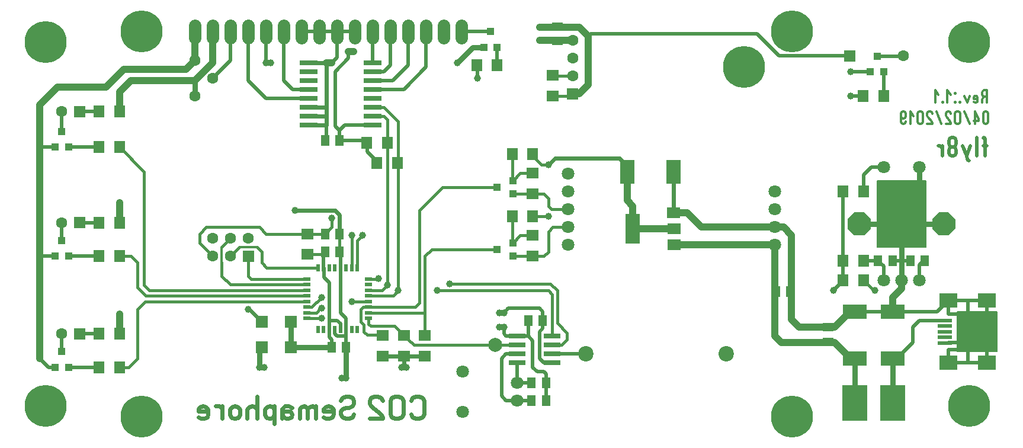
<source format=gbr>
%FSLAX34Y34*%
%MOMM*%
%LNCOPPER_BOTTOM*%
G71*
G01*
%ADD10C, 1.800*%
%ADD11C, 1.800*%
%ADD12C, 1.600*%
%ADD13C, 6.000*%
%ADD14C, 1.600*%
%ADD15R, 0.500X1.000*%
%ADD16R, 1.000X0.500*%
%ADD17R, 2.600X0.800*%
%ADD18R, 2.400X0.800*%
%ADD19C, 2.200*%
%ADD20R, 2.500X2.000*%
%ADD21R, 2.000X0.500*%
%ADD22R, 3.600X5.200*%
%ADD23R, 3.500X2.000*%
%ADD24R, 1.500X1.200*%
%ADD25R, 1.200X1.500*%
%ADD26R, 1.800X1.500*%
%ADD27R, 1.500X1.800*%
%ADD28C, 1.600*%
%ADD29R, 1.700X1.800*%
%ADD30R, 1.100X1.100*%
%ADD31C, 2.000*%
%ADD32C, 0.800*%
%ADD33C, 0.500*%
%ADD34C, 0.200*%
%ADD35C, 1.800*%
%ADD36C, 1.000*%
%ADD37C, 1.000*%
%ADD38C, 0.400*%
%ADD39C, 0.600*%
%ADD40C, 0.300*%
%ADD41C, 0.556*%
%ADD42C, 0.318*%
%ADD43C, 0.476*%
%ADD44R, 1.900X1.500*%
%ADD45R, 2.100X4.200*%
%ADD46R, 2.000X3.500*%
%LPD*%
G54D10*
X294000Y628600D02*
X294000Y610600D01*
G54D10*
X319400Y628600D02*
X319400Y610600D01*
G54D10*
X344800Y628600D02*
X344800Y610600D01*
G54D10*
X370200Y628600D02*
X370200Y610600D01*
G54D10*
X395600Y628600D02*
X395600Y610600D01*
G54D10*
X421000Y628600D02*
X421000Y610600D01*
G54D10*
X446400Y628600D02*
X446400Y610600D01*
G54D10*
X471800Y628600D02*
X471800Y610600D01*
G54D10*
X497200Y628600D02*
X497200Y610600D01*
G54D10*
X522600Y628600D02*
X522600Y610600D01*
G54D10*
X548000Y628600D02*
X548000Y610600D01*
G54D10*
X573400Y628600D02*
X573400Y610600D01*
G54D10*
X598800Y628600D02*
X598800Y610600D01*
G54D10*
X624200Y628600D02*
X624200Y610600D01*
G54D10*
X649600Y628600D02*
X649600Y610600D01*
G54D10*
X675000Y628600D02*
X675000Y610600D01*
X1278250Y264000D02*
G54D11*
D03*
X1303650Y264000D02*
G54D11*
D03*
X1329050Y264000D02*
G54D11*
D03*
X1278250Y425925D02*
G54D11*
D03*
X1329050Y425925D02*
G54D11*
D03*
G36*
X1226825Y351810D02*
X1236477Y361462D01*
X1250173Y361462D01*
X1259825Y351810D01*
X1259825Y338114D01*
X1250173Y328462D01*
X1236477Y328462D01*
X1226825Y338114D01*
X1226825Y351810D01*
G37*
G36*
X1347475Y351810D02*
X1357127Y361462D01*
X1370823Y361462D01*
X1380475Y351810D01*
X1380475Y338114D01*
X1370823Y328462D01*
X1357127Y328462D01*
X1347475Y338114D01*
X1347475Y351810D01*
G37*
G36*
X136900Y497300D02*
X120900Y497300D01*
X120900Y513300D01*
X136900Y513300D01*
X136900Y497300D01*
G37*
X103500Y505300D02*
G54D12*
D03*
G36*
X136900Y338550D02*
X120900Y338550D01*
X120900Y354550D01*
X136900Y354550D01*
X136900Y338550D01*
G37*
X103500Y346550D02*
G54D12*
D03*
G36*
X136900Y179800D02*
X120900Y179800D01*
X120900Y195800D01*
X136900Y195800D01*
X136900Y179800D01*
G37*
X103500Y187800D02*
G54D12*
D03*
X80000Y605000D02*
G54D13*
D03*
X80000Y85000D02*
G54D13*
D03*
X1400000Y85000D02*
G54D13*
D03*
X1400000Y605000D02*
G54D13*
D03*
G36*
X1222000Y593000D02*
X1238000Y593000D01*
X1238000Y577000D01*
X1222000Y577000D01*
X1222000Y593000D01*
G37*
X1306200Y585000D02*
G54D14*
D03*
X525775Y194150D02*
G54D15*
D03*
X517775Y194150D02*
G54D15*
D03*
X509775Y194150D02*
G54D15*
D03*
X501775Y194150D02*
G54D15*
D03*
X493775Y194150D02*
G54D15*
D03*
X485775Y194150D02*
G54D15*
D03*
X477775Y194150D02*
G54D15*
D03*
X469775Y194150D02*
G54D15*
D03*
X525775Y282150D02*
G54D15*
D03*
X517775Y282150D02*
G54D15*
D03*
X509775Y282150D02*
G54D15*
D03*
X501775Y282150D02*
G54D15*
D03*
X493775Y282150D02*
G54D15*
D03*
X485775Y282150D02*
G54D15*
D03*
X477775Y282150D02*
G54D15*
D03*
X469775Y282150D02*
G54D15*
D03*
X453775Y210150D02*
G54D16*
D03*
X453775Y218150D02*
G54D16*
D03*
X453775Y226150D02*
G54D16*
D03*
X453775Y234150D02*
G54D16*
D03*
X453775Y242150D02*
G54D16*
D03*
X453775Y250150D02*
G54D16*
D03*
X453775Y258150D02*
G54D16*
D03*
X453775Y266150D02*
G54D16*
D03*
X541775Y210150D02*
G54D16*
D03*
X541775Y218150D02*
G54D16*
D03*
X541775Y226150D02*
G54D16*
D03*
X541775Y234150D02*
G54D16*
D03*
X541775Y242150D02*
G54D16*
D03*
X541775Y250150D02*
G54D16*
D03*
X541775Y258150D02*
G54D16*
D03*
X541775Y266150D02*
G54D16*
D03*
X455925Y486250D02*
G54D17*
D03*
X455925Y498950D02*
G54D17*
D03*
X455925Y511650D02*
G54D17*
D03*
X455925Y524350D02*
G54D17*
D03*
X455925Y537050D02*
G54D17*
D03*
X455925Y549750D02*
G54D17*
D03*
X455925Y562450D02*
G54D17*
D03*
X455925Y575150D02*
G54D17*
D03*
X547925Y575150D02*
G54D17*
D03*
X547925Y562450D02*
G54D17*
D03*
X547925Y549750D02*
G54D17*
D03*
X547925Y537050D02*
G54D17*
D03*
X547925Y524350D02*
G54D17*
D03*
X547925Y511650D02*
G54D17*
D03*
X547925Y498950D02*
G54D17*
D03*
X547925Y486250D02*
G54D17*
D03*
X754375Y146525D02*
G54D18*
D03*
X754375Y159225D02*
G54D18*
D03*
X754375Y171925D02*
G54D18*
D03*
X754375Y184625D02*
G54D18*
D03*
X804375Y184625D02*
G54D18*
D03*
X804375Y171925D02*
G54D18*
D03*
X804375Y159225D02*
G54D18*
D03*
X804375Y146525D02*
G54D18*
D03*
X1052825Y159225D02*
G54D19*
D03*
X852825Y159225D02*
G54D19*
D03*
X1370325Y235425D02*
G54D20*
D03*
X1425825Y235425D02*
G54D20*
D03*
X1370325Y146425D02*
G54D20*
D03*
X1425825Y146425D02*
G54D20*
D03*
X1365838Y174969D02*
G54D21*
D03*
X1365838Y206969D02*
G54D21*
D03*
X1365838Y198969D02*
G54D21*
D03*
X1365838Y190969D02*
G54D21*
D03*
X1365838Y182969D02*
G54D21*
D03*
X1236975Y89375D02*
G54D22*
D03*
X1290950Y89375D02*
G54D22*
D03*
X1290950Y152875D02*
G54D23*
D03*
X1290950Y219550D02*
G54D23*
D03*
X1236975Y152875D02*
G54D23*
D03*
X1236975Y219550D02*
G54D23*
D03*
X1198875Y176688D02*
G54D24*
D03*
X1198875Y197288D02*
G54D24*
D03*
X795650Y92550D02*
G54D25*
D03*
X775050Y92550D02*
G54D25*
D03*
X795650Y117950D02*
G54D25*
D03*
X775050Y117950D02*
G54D25*
D03*
X770250Y206850D02*
G54D25*
D03*
X790850Y206850D02*
G54D25*
D03*
X500375Y464025D02*
G54D25*
D03*
X479775Y464025D02*
G54D25*
D03*
X509900Y168750D02*
G54D25*
D03*
X489300Y168750D02*
G54D25*
D03*
X500375Y305275D02*
G54D25*
D03*
X479775Y305275D02*
G54D25*
D03*
X500338Y330675D02*
G54D25*
D03*
X479738Y330675D02*
G54D25*
D03*
X1144862Y248125D02*
G54D25*
D03*
X1124262Y248125D02*
G54D25*
D03*
X811525Y626585D02*
G54D24*
D03*
X811525Y605985D02*
G54D24*
D03*
X1290950Y292575D02*
G54D25*
D03*
X1270350Y292575D02*
G54D25*
D03*
X1336988Y292575D02*
G54D25*
D03*
X1316388Y292575D02*
G54D25*
D03*
X592450Y156050D02*
G54D26*
D03*
X592450Y185418D02*
G54D26*
D03*
X583242Y432275D02*
G54D27*
D03*
X553874Y432275D02*
G54D27*
D03*
X568638Y460850D02*
G54D27*
D03*
X539270Y460850D02*
G54D27*
D03*
X725800Y571975D02*
G54D27*
D03*
X696432Y571975D02*
G54D27*
D03*
X186050Y505300D02*
G54D27*
D03*
X156682Y505300D02*
G54D27*
D03*
X186050Y346550D02*
G54D27*
D03*
X156682Y346550D02*
G54D27*
D03*
X186050Y187800D02*
G54D27*
D03*
X156682Y187800D02*
G54D27*
D03*
X776600Y356075D02*
G54D27*
D03*
X747232Y356075D02*
G54D27*
D03*
X776600Y298925D02*
G54D26*
D03*
X776600Y328293D02*
G54D26*
D03*
X622612Y156050D02*
G54D26*
D03*
X622612Y185418D02*
G54D26*
D03*
X186050Y454500D02*
G54D27*
D03*
X156682Y454500D02*
G54D27*
D03*
X454338Y330675D02*
G54D26*
D03*
X454338Y301307D02*
G54D26*
D03*
X186050Y298925D02*
G54D27*
D03*
X156682Y298925D02*
G54D27*
D03*
X776600Y444975D02*
G54D27*
D03*
X747232Y444975D02*
G54D27*
D03*
X776600Y387825D02*
G54D26*
D03*
X776600Y417193D02*
G54D26*
D03*
X562288Y156050D02*
G54D26*
D03*
X562288Y185418D02*
G54D26*
D03*
X186050Y140175D02*
G54D27*
D03*
X156682Y140175D02*
G54D27*
D03*
X1278250Y527525D02*
G54D27*
D03*
X1248882Y527525D02*
G54D27*
D03*
X1249675Y292575D02*
G54D27*
D03*
X1220307Y292575D02*
G54D27*
D03*
X1249675Y264000D02*
G54D27*
D03*
X1220307Y264000D02*
G54D27*
D03*
X1249675Y391000D02*
G54D27*
D03*
X1220307Y391000D02*
G54D27*
D03*
X805175Y527525D02*
G54D26*
D03*
X805175Y556893D02*
G54D26*
D03*
G36*
X362200Y290925D02*
X362200Y306925D01*
X378200Y306925D01*
X378200Y290925D01*
X362200Y290925D01*
G37*
X370200Y324325D02*
G54D28*
D03*
X344800Y298925D02*
G54D28*
D03*
X344800Y324325D02*
G54D28*
D03*
X319400Y298925D02*
G54D28*
D03*
X319400Y324325D02*
G54D28*
D03*
X294000Y527525D02*
G54D12*
D03*
X294000Y578325D02*
G54D12*
D03*
X319400Y552925D02*
G54D12*
D03*
X430525Y168750D02*
G54D29*
D03*
X389250Y168750D02*
G54D29*
D03*
X430525Y205262D02*
G54D29*
D03*
X389250Y205262D02*
G54D29*
D03*
X706750Y597375D02*
G54D30*
D03*
X725750Y597375D02*
G54D30*
D03*
X716250Y619575D02*
G54D30*
D03*
X93975Y454500D02*
G54D30*
D03*
X112975Y454500D02*
G54D30*
D03*
X103475Y476700D02*
G54D30*
D03*
X748025Y298925D02*
G54D30*
D03*
X748025Y317925D02*
G54D30*
D03*
X725825Y308425D02*
G54D30*
D03*
X93975Y298925D02*
G54D30*
D03*
X112975Y298925D02*
G54D30*
D03*
X103475Y321125D02*
G54D30*
D03*
X748025Y387825D02*
G54D30*
D03*
X748025Y406825D02*
G54D30*
D03*
X725825Y397325D02*
G54D30*
D03*
X93975Y140175D02*
G54D30*
D03*
X112975Y140175D02*
G54D30*
D03*
X103475Y162375D02*
G54D30*
D03*
X1259200Y562450D02*
G54D30*
D03*
X1278200Y562450D02*
G54D30*
D03*
X1268700Y584650D02*
G54D30*
D03*
X722625Y171925D02*
G54D31*
D03*
G36*
X825750Y522700D02*
X825750Y538700D01*
X841750Y538700D01*
X841750Y522700D01*
X825750Y522700D01*
G37*
X833750Y556100D02*
G54D14*
D03*
X833750Y581500D02*
G54D14*
D03*
X833750Y606900D02*
G54D14*
D03*
X1122675Y391000D02*
G54D11*
D03*
X1122675Y365600D02*
G54D11*
D03*
X1122675Y340200D02*
G54D11*
D03*
X1122675Y314800D02*
G54D11*
D03*
X827400Y314800D02*
G54D11*
D03*
X827400Y340200D02*
G54D11*
D03*
X827400Y365600D02*
G54D11*
D03*
X827400Y391000D02*
G54D11*
D03*
X827400Y416400D02*
G54D11*
D03*
G54D32*
X1236975Y152875D02*
X1236975Y89375D01*
G54D32*
X1290950Y152875D02*
X1290950Y89375D01*
G54D33*
X1365838Y206969D02*
X1329169Y206969D01*
X1319525Y197325D01*
X1319525Y175100D01*
X1303650Y159225D01*
G36*
X1383025Y219550D02*
X1383025Y162400D01*
X1440175Y162400D01*
X1440175Y219550D01*
X1383025Y219550D01*
G37*
G54D34*
X1383025Y219550D02*
X1383025Y162400D01*
X1440175Y162400D01*
X1440175Y219550D01*
X1383025Y219550D01*
G54D33*
X1425825Y146425D02*
X1425825Y163925D01*
X1427475Y165575D01*
G54D33*
X1425825Y235425D02*
X1425825Y214725D01*
X1424300Y213200D01*
G54D33*
X1370325Y146425D02*
X1425825Y146425D01*
G54D33*
X1370325Y235425D02*
X1425825Y235425D01*
G54D33*
X1370325Y235425D02*
X1370325Y216375D01*
X1386200Y216375D01*
G54D33*
X1370325Y146425D02*
X1370325Y165575D01*
X1386200Y165575D01*
G54D33*
X1236975Y219550D02*
X1354450Y219550D01*
X1370325Y235425D01*
G54D33*
X1370325Y175100D02*
X1386200Y175100D01*
G54D33*
X1329050Y264000D02*
X1329050Y286225D01*
X1335400Y292575D01*
G54D33*
X1278250Y264000D02*
X1278250Y284675D01*
X1270350Y292575D01*
G54D33*
X547925Y575150D02*
X547925Y619525D01*
X548000Y619600D01*
G54D33*
X547925Y562450D02*
X563875Y562450D01*
X573400Y571975D01*
X573400Y619600D01*
G54D33*
X547925Y549750D02*
X576575Y549750D01*
X598800Y571975D01*
X598800Y619600D01*
G54D33*
X547925Y537050D02*
X592450Y537050D01*
X624200Y568800D01*
X624200Y619600D01*
G54D33*
X455925Y537050D02*
X433700Y537050D01*
X421000Y549750D01*
X421000Y619600D01*
G54D33*
X455925Y524350D02*
X395600Y524350D01*
X370200Y549750D01*
X370200Y619600D01*
X217400Y620000D02*
G54D13*
D03*
X217400Y70000D02*
G54D13*
D03*
X1147400Y70000D02*
G54D13*
D03*
X1147400Y620000D02*
G54D13*
D03*
X1078225Y568800D02*
G54D13*
D03*
X754375Y117950D02*
G54D35*
D03*
X754375Y92550D02*
G54D35*
D03*
X1181412Y197325D02*
G54D36*
D03*
X1181412Y175100D02*
G54D36*
D03*
G54D37*
X1189350Y197325D02*
X1208400Y197325D01*
X1224275Y213200D01*
G54D37*
X1189350Y175100D02*
X1208400Y175100D01*
X1224275Y159225D01*
G54D33*
X1398900Y235425D02*
X1398900Y219550D01*
G54D33*
X1398900Y146525D02*
X1398900Y162400D01*
G54D33*
X128900Y505300D02*
X156682Y505300D01*
G54D33*
X103500Y505300D02*
X103500Y476725D01*
X103475Y476700D01*
G54D33*
X128900Y346550D02*
X156682Y346550D01*
G54D33*
X103500Y346550D02*
X103500Y321150D01*
X103475Y321125D01*
G54D33*
X128900Y187800D02*
X156682Y187800D01*
G54D33*
X103500Y187800D02*
X103500Y162400D01*
X103475Y162375D01*
G36*
X1268725Y406875D02*
X1268725Y311625D01*
X1338575Y311625D01*
X1338575Y406875D01*
X1268725Y406875D01*
G37*
G54D34*
X1268725Y406875D02*
X1268725Y311625D01*
X1338575Y311625D01*
X1338575Y406875D01*
X1268725Y406875D01*
G54D32*
X1243325Y344962D02*
X1363975Y344962D01*
G54D32*
X1329050Y425925D02*
X1329050Y391000D01*
G54D32*
X1303650Y264000D02*
X1303650Y324325D01*
G54D33*
X1290950Y292575D02*
X1314800Y292575D01*
G54D38*
X747232Y356075D02*
X747232Y318718D01*
X748025Y317925D01*
G54D38*
X776600Y328293D02*
X758393Y328293D01*
X748025Y317925D01*
G54D38*
X776600Y417193D02*
X758393Y417193D01*
X748025Y406825D01*
G54D38*
X747232Y444975D02*
X747232Y407618D01*
X748025Y406825D01*
G54D38*
X748025Y298925D02*
X776600Y298925D01*
G54D38*
X827400Y340200D02*
X805175Y340200D01*
X798825Y333850D01*
X798825Y305275D01*
X792475Y298925D01*
X776600Y298925D01*
G54D38*
X748025Y387825D02*
X776600Y387825D01*
G54D38*
X827400Y365600D02*
X803588Y365600D01*
X798825Y370362D01*
X798825Y381475D01*
X792475Y387825D01*
X776600Y387825D01*
X798825Y356075D02*
G54D36*
D03*
X798825Y429100D02*
G54D36*
D03*
G54D38*
X776600Y356075D02*
X798825Y356075D01*
G54D38*
X798825Y429100D02*
X789300Y429100D01*
X779775Y438625D01*
G54D33*
X795650Y92550D02*
X795650Y117950D01*
G54D33*
X754375Y184625D02*
X770250Y184625D01*
X776600Y178275D01*
X776600Y140175D01*
X782950Y133825D01*
X792475Y133825D01*
X795650Y130650D01*
X795650Y121125D01*
G54D33*
X754375Y117950D02*
X775050Y117950D01*
G54D33*
X754375Y92550D02*
X775050Y92550D01*
G54D33*
X754375Y146525D02*
X754375Y117950D01*
G54D33*
X754375Y159225D02*
X738500Y159225D01*
X732150Y152875D01*
X732150Y98975D01*
X738475Y92650D01*
X754275Y92650D01*
X754375Y92550D01*
G54D33*
X804375Y159225D02*
X852825Y159225D01*
G54D33*
X770250Y206850D02*
X770250Y184625D01*
G54D33*
X804375Y146525D02*
X792475Y146525D01*
X786125Y152875D01*
X786125Y190975D01*
X790888Y195738D01*
X790888Y206812D01*
X790850Y206850D01*
G54D37*
X71750Y152875D02*
X71750Y441800D01*
G54D33*
X93975Y140175D02*
X84450Y140175D01*
X71750Y152875D01*
G54D33*
X93975Y298925D02*
X71750Y298925D01*
G54D33*
X93975Y454500D02*
X71750Y454500D01*
G54D33*
X112975Y454500D02*
X156682Y454500D01*
G54D33*
X112975Y298925D02*
X156682Y298925D01*
G54D33*
X112975Y140175D02*
X156682Y140175D01*
G54D39*
X455925Y575150D02*
X481325Y575150D01*
X481325Y486250D01*
G54D39*
X455925Y511650D02*
X481325Y511650D01*
G54D39*
X455925Y498950D02*
X481325Y498950D01*
G54D39*
X455925Y486250D02*
X481325Y486250D01*
X1173475Y197325D02*
G54D36*
D03*
X1173475Y175100D02*
G54D36*
D03*
G54D33*
X675000Y619600D02*
X716225Y619600D01*
X716250Y619575D01*
G54D33*
X725750Y597375D02*
X725750Y572025D01*
X725800Y571975D01*
G54D38*
X344800Y324325D02*
X332100Y311625D01*
G54D38*
X453775Y258150D02*
X344300Y258150D01*
X332100Y270350D01*
X332100Y289400D01*
G54D40*
X332100Y311625D02*
X332100Y289400D01*
G54D38*
X453775Y266150D02*
X374400Y266150D01*
X370200Y270350D01*
X370200Y298925D01*
G54D38*
X344800Y298925D02*
X357500Y311625D01*
G54D38*
X469775Y282150D02*
X396500Y282150D01*
X389250Y289400D01*
X389250Y305275D01*
X382900Y311625D01*
G54D40*
X357500Y311625D02*
X382900Y311625D01*
G54D33*
X1249675Y292575D02*
X1270350Y292575D01*
X71750Y152875D02*
G54D36*
D03*
X71750Y160812D02*
G54D36*
D03*
X186050Y208438D02*
G54D36*
D03*
X186050Y367188D02*
G54D36*
D03*
X186050Y533875D02*
G54D36*
D03*
X186050Y216375D02*
G54D36*
D03*
X186050Y375125D02*
G54D36*
D03*
X186050Y525938D02*
G54D36*
D03*
G54D37*
X186050Y533875D02*
X186050Y505300D01*
G54D37*
X186050Y375125D02*
X186050Y346550D01*
G54D37*
X186050Y216375D02*
X186050Y187800D01*
G54D37*
X186050Y524350D02*
X186050Y533875D01*
X201925Y549750D01*
X294000Y549750D01*
X319400Y575150D01*
X319400Y619600D01*
G54D32*
X294000Y527525D02*
X294000Y546575D01*
X290825Y549750D01*
G54D33*
X344800Y619600D02*
X344800Y578325D01*
X319400Y552925D01*
G54D33*
X294000Y619600D02*
X294000Y578325D01*
G54D37*
X71750Y441800D02*
X71750Y514825D01*
X97150Y540225D01*
X167000Y540225D01*
X192400Y565625D01*
X281300Y565625D01*
X294000Y578325D01*
X294000Y619600D01*
G54D33*
X493775Y194150D02*
X493775Y188050D01*
X497200Y184625D01*
X509900Y184625D01*
G54D33*
X509775Y194150D02*
X509775Y168875D01*
X509900Y168750D01*
G54D33*
X501775Y194150D02*
X501775Y202275D01*
X497200Y206850D01*
X487675Y206850D01*
G54D33*
X485775Y194150D02*
X485775Y261138D01*
X478150Y268762D01*
X478150Y281775D01*
X477775Y282150D01*
G54D33*
X485775Y194150D02*
X485775Y183350D01*
X489262Y179862D01*
X489262Y168788D01*
X489300Y168750D01*
G54D33*
X501775Y282150D02*
X501775Y218150D01*
X509900Y210025D01*
X509900Y194275D01*
X509775Y194150D01*
G54D33*
X477775Y282150D02*
X477775Y303275D01*
X479775Y305275D01*
G54D33*
X501775Y282150D02*
X501775Y303875D01*
X500375Y305275D01*
X474975Y240188D02*
G54D36*
D03*
X474975Y224312D02*
G54D36*
D03*
X474975Y210025D02*
G54D36*
D03*
G54D38*
X833750Y556100D02*
X805968Y556100D01*
X805175Y556893D01*
G54D38*
X805175Y527525D02*
X830575Y527525D01*
X833750Y530700D01*
G54D33*
X481325Y486250D02*
X481325Y465575D01*
X479775Y464025D01*
G54D33*
X479775Y464025D02*
X479775Y464025D01*
G54D33*
X547925Y486250D02*
X508312Y486250D01*
X500375Y478312D01*
X500375Y464025D01*
G54D33*
X500375Y464025D02*
X536094Y464025D01*
X539270Y460850D01*
G54D33*
X555144Y432275D02*
X549588Y438625D01*
X540062Y448150D01*
X540062Y460057D01*
X539270Y460850D01*
G54D38*
X547925Y498950D02*
X563875Y498950D01*
X568638Y494188D01*
X568638Y460850D01*
G54D38*
X547925Y511650D02*
X563875Y511650D01*
X584512Y491012D01*
X584512Y432275D01*
X584512Y249712D01*
X568638Y257650D02*
G54D36*
D03*
X584512Y249712D02*
G54D36*
D03*
G54D33*
X1268700Y584650D02*
X1305850Y584650D01*
X1306200Y585000D01*
G54D33*
X1278200Y562450D02*
X1278200Y527575D01*
X1278250Y527525D01*
X668650Y575150D02*
G54D36*
D03*
G54D32*
X706750Y597375D02*
X690875Y597375D01*
X668650Y575150D01*
X794062Y625950D02*
G54D36*
D03*
X786125Y625950D02*
G54D36*
D03*
X786125Y606900D02*
G54D36*
D03*
X794062Y606900D02*
G54D36*
D03*
G54D37*
X786125Y606900D02*
X805175Y606900D01*
G54D37*
X786125Y625950D02*
X809620Y625950D01*
X811525Y626585D01*
G54D37*
X833750Y606900D02*
X812440Y606900D01*
X811525Y605985D01*
G54D37*
X833750Y530700D02*
X843275Y530700D01*
X855975Y543400D01*
X855975Y613250D01*
X843275Y625950D01*
X812160Y625950D01*
X811525Y626585D01*
X697225Y552925D02*
G54D36*
D03*
G54D33*
X697225Y552925D02*
X697225Y571182D01*
X696432Y571975D01*
X521012Y591025D02*
G54D36*
D03*
X513075Y591025D02*
G54D36*
D03*
X481325Y575150D02*
G54D36*
D03*
X489262Y575150D02*
G54D36*
D03*
G54D37*
X513075Y591025D02*
X521012Y591025D01*
G54D37*
X481325Y575150D02*
X489262Y575150D01*
G54D33*
X513075Y591025D02*
X513075Y581500D01*
X494025Y562450D01*
X494025Y484662D01*
X500375Y478312D01*
X1230625Y527525D02*
G54D36*
D03*
G54D33*
X1229832Y527525D02*
X1248882Y527525D01*
G54D33*
X1230000Y585000D02*
X1128700Y585000D01*
X1097275Y616425D01*
X859150Y616425D01*
X855975Y613250D01*
X1230625Y562450D02*
G54D36*
D03*
G54D33*
X1230625Y562450D02*
X1259200Y562450D01*
X555938Y267175D02*
G54D36*
D03*
X392425Y140175D02*
G54D36*
D03*
X386075Y140175D02*
G54D36*
D03*
X503550Y124300D02*
G54D36*
D03*
X509900Y124300D02*
G54D36*
D03*
G54D32*
X386075Y140175D02*
X392425Y140175D01*
G54D32*
X503550Y124300D02*
X509900Y124300D01*
X509900Y168750D01*
G54D38*
X453775Y234150D02*
X222875Y234150D01*
X211450Y222725D01*
X211450Y152875D01*
X198750Y140175D01*
X186050Y140175D01*
G54D38*
X453775Y242150D02*
X223775Y242150D01*
X211450Y254475D01*
X211450Y289400D01*
X201925Y298925D01*
X186050Y298925D01*
G54D38*
X453775Y250150D02*
X228475Y250150D01*
X220975Y257650D01*
X220975Y419575D01*
X186050Y454500D01*
G54D38*
X453775Y210150D02*
X473262Y210150D01*
X473388Y210025D01*
G54D38*
X453775Y218150D02*
X467225Y218150D01*
X473388Y224312D01*
G54D38*
X453775Y226150D02*
X460938Y226150D01*
X474975Y240188D01*
G54D32*
X489300Y168750D02*
X430525Y168750D01*
X430525Y205262D01*
G54D32*
X386075Y140175D02*
X386075Y165575D01*
X389250Y168750D01*
X370200Y222725D02*
G54D36*
D03*
G54D38*
X541775Y226150D02*
X533962Y226150D01*
X530538Y222725D01*
X530538Y205262D01*
X535300Y200500D01*
X535300Y190975D01*
X540062Y186212D01*
X561493Y186212D01*
X562288Y185418D01*
G54D38*
X541775Y210150D02*
X541775Y201962D01*
X544825Y198912D01*
X578956Y198912D01*
X592450Y185418D01*
X593244Y185418D01*
G54D38*
X754375Y171925D02*
X606738Y171925D01*
X598800Y179862D01*
G54D38*
X541775Y218150D02*
X622425Y218150D01*
X622612Y217962D01*
X622612Y185418D01*
G54D38*
X622425Y218150D02*
X622425Y298738D01*
X632138Y308450D01*
X725800Y308450D01*
X725825Y308425D01*
G54D38*
X541775Y226150D02*
X608575Y226150D01*
X614675Y232250D01*
X614675Y364012D01*
X648012Y397350D01*
X725800Y397350D01*
X725825Y397325D01*
G54D39*
X562288Y156050D02*
X622612Y156050D01*
X589275Y140175D02*
G54D36*
D03*
X595625Y140175D02*
G54D36*
D03*
G54D39*
X589275Y140175D02*
X595625Y140175D01*
G54D39*
X592450Y156050D02*
X592450Y143350D01*
X595625Y140175D01*
G54D38*
X568638Y257650D02*
X568638Y452912D01*
G54D38*
X541775Y250150D02*
X561138Y250150D01*
X568638Y257650D01*
G54D38*
X541775Y242150D02*
X576950Y242150D01*
X584512Y249712D01*
G54D38*
X541775Y266150D02*
X554912Y266150D01*
X555938Y267175D01*
X517838Y329088D02*
G54D36*
D03*
X533712Y329088D02*
G54D36*
D03*
G54D38*
X517775Y282150D02*
X517775Y329025D01*
X517838Y329088D01*
G54D38*
X525775Y282150D02*
X525775Y321150D01*
X533712Y329088D01*
G54D37*
X1189350Y175100D02*
X1132200Y175100D01*
X1122675Y184625D01*
X1122675Y314800D01*
G54D37*
X1189350Y197325D02*
X1157600Y197325D01*
X1146488Y208438D01*
X1146488Y329088D01*
X1135375Y340200D01*
X1122675Y340200D01*
X517838Y233838D02*
G54D36*
D03*
X489262Y352900D02*
G54D36*
D03*
G54D38*
X541775Y234150D02*
X518150Y234150D01*
X517838Y233838D01*
G54D38*
X489262Y352900D02*
X489262Y340200D01*
X479738Y330675D01*
G54D38*
X479738Y330675D02*
X454338Y330675D01*
G54D38*
X454338Y301307D02*
X475807Y301307D01*
X479775Y305275D01*
G54D38*
X500338Y330675D02*
X500338Y305312D01*
X500375Y305275D01*
G54D38*
X454338Y330675D02*
X395600Y330675D01*
X386075Y340200D01*
X309875Y340200D01*
X300350Y330675D01*
X300350Y317975D01*
X319400Y298925D01*
G54D33*
X370200Y222725D02*
X371788Y222725D01*
X389250Y205262D01*
G54D39*
X500338Y330675D02*
X500338Y357700D01*
X494025Y364012D01*
X436875Y364012D01*
X436875Y364012D02*
G54D36*
D03*
G54D38*
X804375Y184625D02*
X804375Y244162D01*
X798825Y249712D01*
X640075Y249712D01*
G54D38*
X804375Y171925D02*
X817875Y171925D01*
X825812Y179862D01*
X825812Y189388D01*
X811525Y203675D01*
X811525Y249712D01*
X802000Y259238D01*
X657538Y259238D01*
X657538Y259238D02*
G54D36*
D03*
X640075Y249712D02*
G54D36*
D03*
X676588Y133825D02*
G54D35*
D03*
X676588Y76675D02*
G54D35*
D03*
X728975Y197325D02*
G54D36*
D03*
X735325Y197325D02*
G54D36*
D03*
G54D33*
X728975Y197325D02*
X735325Y197325D01*
X735325Y187800D01*
X738500Y184625D01*
X754375Y184625D01*
X728975Y217962D02*
G54D36*
D03*
X735325Y217962D02*
G54D36*
D03*
G54D33*
X728975Y217962D02*
X735325Y217962D01*
X741675Y224312D01*
X786125Y224312D01*
X790888Y219550D01*
X790888Y206888D01*
X790850Y206850D01*
G54D37*
X1303650Y264000D02*
X1303650Y252888D01*
X1290950Y240188D01*
X1290950Y219550D01*
X1265550Y249712D02*
G54D36*
D03*
G54D38*
X1265550Y249712D02*
X1263962Y249712D01*
X1249675Y264000D01*
G54D33*
X1249675Y391000D02*
X1249675Y414812D01*
X1260788Y425925D01*
X1278250Y425925D01*
G54D33*
X1220307Y391000D02*
X1220307Y264000D01*
X1206812Y249712D02*
G54D36*
D03*
G54D33*
X1206812Y249712D02*
X1221100Y264000D01*
X395600Y575150D02*
G54D36*
D03*
X401950Y575150D02*
G54D36*
D03*
G54D33*
X395600Y619600D02*
X395600Y575150D01*
X401950Y575150D01*
G54D41*
X602358Y72983D02*
X604692Y69094D01*
X609358Y67150D01*
X614025Y67150D01*
X618692Y69094D01*
X621025Y72983D01*
X621025Y92428D01*
X618692Y96317D01*
X614025Y98261D01*
X609358Y98261D01*
X604692Y96317D01*
X602358Y92428D01*
G54D41*
X572802Y92428D02*
X572802Y72983D01*
X575136Y69094D01*
X579802Y67150D01*
X584469Y67150D01*
X589136Y69094D01*
X591469Y72983D01*
X591469Y92428D01*
X589136Y96317D01*
X584469Y98261D01*
X579802Y98261D01*
X575136Y96317D01*
X572802Y92428D01*
G54D41*
X543246Y67150D02*
X561913Y67150D01*
X561913Y69094D01*
X559580Y72983D01*
X545580Y84650D01*
X543246Y88539D01*
X543246Y92428D01*
X545580Y96317D01*
X550246Y98261D01*
X554913Y98261D01*
X559580Y96317D01*
X561913Y92428D01*
G54D41*
X521001Y72983D02*
X518668Y69094D01*
X514001Y67150D01*
X509334Y67150D01*
X504668Y69094D01*
X502334Y72983D01*
X502334Y76872D01*
X504668Y80761D01*
X509334Y82706D01*
X514001Y82706D01*
X518668Y84650D01*
X521001Y88539D01*
X521001Y92428D01*
X518668Y96317D01*
X514001Y98261D01*
X509334Y98261D01*
X504668Y96317D01*
X502334Y92428D01*
G54D41*
X477445Y69094D02*
X481178Y67150D01*
X485845Y67150D01*
X490512Y69094D01*
X491445Y72983D01*
X491445Y79594D01*
X489112Y83483D01*
X484445Y84650D01*
X479778Y83483D01*
X477445Y80761D01*
X477445Y76872D01*
X491445Y76872D01*
G54D41*
X466556Y67150D02*
X466556Y84650D01*
G54D41*
X466556Y81539D02*
X461889Y84650D01*
X457223Y83483D01*
X454889Y80761D01*
X454889Y67150D01*
G54D41*
X454889Y81539D02*
X450223Y84650D01*
X445556Y83483D01*
X443223Y80761D01*
X443223Y67150D01*
G54D41*
X432334Y82706D02*
X427667Y84650D01*
X422067Y84650D01*
X418334Y80761D01*
X418334Y67150D01*
G54D41*
X418334Y72983D02*
X420667Y76872D01*
X425334Y77650D01*
X430001Y76872D01*
X432334Y72983D01*
X431401Y69094D01*
X427667Y67150D01*
X425334Y67150D01*
X424401Y67150D01*
X420667Y69094D01*
X418334Y72983D01*
G54D41*
X407445Y84650D02*
X407445Y59372D01*
G54D41*
X407445Y72983D02*
X405112Y67928D01*
X400445Y67150D01*
X395778Y67928D01*
X393445Y71817D01*
X393445Y79594D01*
X395778Y83483D01*
X400445Y84650D01*
X405112Y83483D01*
X407445Y78817D01*
G54D41*
X382556Y67150D02*
X382556Y98261D01*
G54D41*
X382556Y79594D02*
X380223Y83483D01*
X375556Y84650D01*
X370889Y83483D01*
X368556Y79594D01*
X368556Y67150D01*
G54D41*
X343667Y71817D02*
X343667Y79594D01*
X346000Y83483D01*
X350667Y84650D01*
X355334Y83483D01*
X357667Y79594D01*
X357667Y71817D01*
X355334Y67928D01*
X350667Y67150D01*
X346000Y67928D01*
X343667Y71817D01*
G54D41*
X332778Y67150D02*
X332778Y84650D01*
G54D41*
X332778Y80761D02*
X328111Y84650D01*
X323445Y84650D01*
G54D41*
X298556Y69094D02*
X302289Y67150D01*
X306956Y67150D01*
X311623Y69094D01*
X312556Y72983D01*
X312556Y79594D01*
X310223Y83483D01*
X305556Y84650D01*
X300889Y83483D01*
X298556Y80761D01*
X298556Y76872D01*
X312556Y76872D01*
G54D42*
X1422332Y526889D02*
X1419665Y524667D01*
X1418776Y522444D01*
X1418776Y518000D01*
G54D42*
X1425888Y518000D02*
X1425888Y535778D01*
X1421443Y535778D01*
X1419665Y534667D01*
X1418776Y532444D01*
X1418776Y530222D01*
X1419665Y528000D01*
X1421443Y526889D01*
X1425888Y526889D01*
G54D42*
X1407221Y519111D02*
X1408643Y518000D01*
X1410421Y518000D01*
X1412199Y519111D01*
X1412554Y521333D01*
X1412554Y525111D01*
X1411666Y527333D01*
X1409888Y528000D01*
X1408110Y527333D01*
X1407221Y525778D01*
X1407221Y523556D01*
X1412554Y523556D01*
G54D42*
X1401000Y528000D02*
X1397444Y518000D01*
X1393888Y528000D01*
G54D42*
X1386955Y518000D02*
X1387666Y518000D01*
X1387666Y518889D01*
X1386955Y518889D01*
X1386955Y518000D01*
X1387666Y518000D01*
G54D42*
X1380734Y518000D02*
X1380022Y518000D01*
X1380022Y518889D01*
X1380734Y518889D01*
X1380734Y518000D01*
G54D42*
X1380022Y531333D02*
X1380734Y531333D01*
X1380734Y532222D01*
X1380022Y532222D01*
X1380022Y531333D01*
G54D42*
X1373800Y529111D02*
X1369356Y535778D01*
X1369356Y518000D01*
G54D42*
X1362423Y518000D02*
X1363134Y518000D01*
X1363134Y518889D01*
X1362423Y518889D01*
X1362423Y518000D01*
X1363134Y518000D01*
G54D42*
X1356202Y529111D02*
X1351757Y535778D01*
X1351757Y518000D01*
G54D42*
X1420364Y502282D02*
X1420364Y491171D01*
X1421253Y488949D01*
X1423030Y487838D01*
X1424808Y487838D01*
X1426586Y488949D01*
X1427475Y491171D01*
X1427475Y502282D01*
X1426586Y504504D01*
X1424808Y505615D01*
X1423030Y505615D01*
X1421253Y504504D01*
X1420364Y502282D01*
G54D42*
X1408809Y487838D02*
X1408809Y505615D01*
X1414142Y494504D01*
X1414142Y492282D01*
X1407031Y492282D01*
G54D42*
X1400809Y487838D02*
X1393698Y505615D01*
G54D42*
X1380365Y502282D02*
X1380365Y491171D01*
X1381254Y488949D01*
X1383032Y487838D01*
X1384809Y487838D01*
X1386587Y488949D01*
X1387476Y491171D01*
X1387476Y502282D01*
X1386587Y504504D01*
X1384809Y505615D01*
X1383032Y505615D01*
X1381254Y504504D01*
X1380365Y502282D01*
G54D42*
X1367032Y487838D02*
X1374143Y487838D01*
X1374143Y488949D01*
X1373254Y491171D01*
X1367921Y497838D01*
X1367032Y500060D01*
X1367032Y502282D01*
X1367921Y504504D01*
X1369698Y505615D01*
X1371476Y505615D01*
X1373254Y504504D01*
X1374143Y502282D01*
G54D42*
X1360810Y487838D02*
X1353699Y505615D01*
G54D42*
X1340366Y487838D02*
X1347477Y487838D01*
X1347477Y488949D01*
X1346588Y491171D01*
X1341255Y497838D01*
X1340366Y500060D01*
X1340366Y502282D01*
X1341255Y504504D01*
X1343032Y505615D01*
X1344810Y505615D01*
X1346588Y504504D01*
X1347477Y502282D01*
G54D42*
X1327033Y502282D02*
X1327033Y491171D01*
X1327922Y488949D01*
X1329700Y487838D01*
X1331477Y487838D01*
X1333255Y488949D01*
X1334144Y491171D01*
X1334144Y502282D01*
X1333255Y504504D01*
X1331477Y505615D01*
X1329700Y505615D01*
X1327922Y504504D01*
X1327033Y502282D01*
G54D42*
X1320811Y498949D02*
X1316366Y505615D01*
X1316366Y487838D01*
G54D42*
X1310145Y491171D02*
X1309256Y488949D01*
X1307478Y487838D01*
X1305700Y487838D01*
X1303923Y488949D01*
X1303034Y491171D01*
X1303034Y496726D01*
X1303034Y497838D01*
X1305700Y495615D01*
X1307478Y495615D01*
X1309256Y496726D01*
X1310145Y498949D01*
X1310145Y502282D01*
X1309256Y504504D01*
X1307478Y505615D01*
X1305700Y505615D01*
X1303923Y504504D01*
X1303034Y502282D01*
X1303034Y496726D01*
G54D43*
X1423221Y441800D02*
X1423221Y466800D01*
X1421888Y468467D01*
X1420554Y467467D01*
G54D43*
X1425888Y456800D02*
X1420554Y456800D01*
G54D43*
X1411222Y441800D02*
X1411222Y468467D01*
G54D43*
X1401888Y456800D02*
X1396555Y441800D01*
X1391222Y456800D01*
G54D43*
X1396555Y441800D02*
X1397888Y436800D01*
X1399222Y435133D01*
X1400555Y435133D01*
G54D43*
X1375222Y455133D02*
X1377888Y455133D01*
X1380555Y456800D01*
X1381888Y460133D01*
X1381888Y463467D01*
X1380555Y466800D01*
X1377888Y468467D01*
X1375222Y468467D01*
X1372555Y466800D01*
X1371222Y463467D01*
X1371222Y460133D01*
X1372555Y456800D01*
X1375222Y455133D01*
X1372555Y453467D01*
X1371222Y450133D01*
X1371222Y446800D01*
X1372555Y443467D01*
X1375222Y441800D01*
X1377888Y441800D01*
X1380555Y443467D01*
X1381888Y446800D01*
X1381888Y450133D01*
X1380555Y453467D01*
X1377888Y455133D01*
G54D43*
X1361888Y441800D02*
X1361888Y456800D01*
G54D43*
X1361888Y453467D02*
X1359222Y456800D01*
X1356555Y456800D01*
G54D33*
X446400Y619600D02*
X522600Y619600D01*
G54D33*
X497200Y619600D02*
X497200Y583088D01*
X489262Y575150D01*
X978212Y360838D02*
G54D44*
D03*
X978312Y337838D02*
G54D44*
D03*
X978312Y314838D02*
G54D44*
D03*
X919612Y337738D02*
G54D45*
D03*
X911538Y419575D02*
G54D46*
D03*
X978212Y419575D02*
G54D46*
D03*
G54D37*
X978312Y314838D02*
X1122638Y314838D01*
X1122675Y314800D01*
G54D37*
X1122675Y340200D02*
X1017900Y340200D01*
X997262Y360838D01*
X978212Y360838D01*
G54D39*
X978212Y360838D02*
X978212Y419575D01*
G54D37*
X978312Y337838D02*
X919712Y337838D01*
X919612Y337738D01*
X919612Y370225D01*
X911538Y378300D01*
X911538Y419575D01*
G54D39*
X798825Y429100D02*
X808350Y438625D01*
X900425Y438625D01*
X908362Y430688D01*
M02*

</source>
